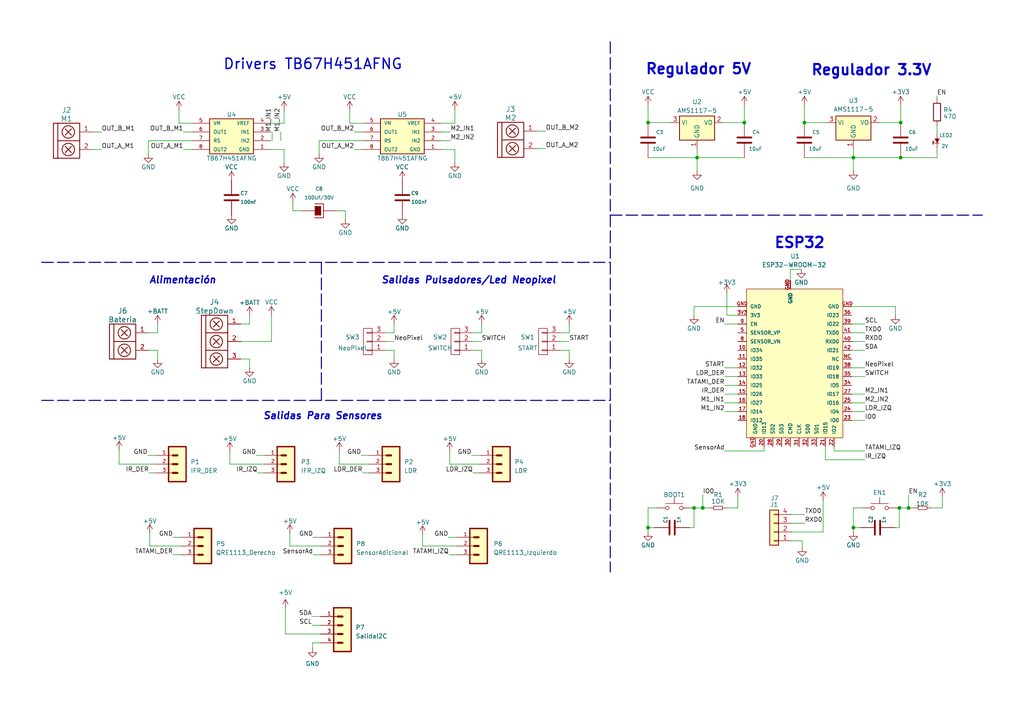
<source format=kicad_sch>
(kicad_sch (version 20230121) (generator eeschema)
  (paper "A4")
  (lib_symbols
    (symbol "Device:R" (pin_numbers hide) (pin_names (offset 0))
      (property "Reference" "R" (at 2.032 0 90))
      (property "Value" "R" (at 0 0 90))
      (symbol "R_0_1"
        (rectangle (start -1.016 -2.54) (end 1.016 2.54) (stroke (width 0.254)))
      )
      (symbol "R_1_1"
        (pin passive line (at 0 3.81 270) (length 1.27) (name "~") (number "1"))
        (pin passive line (at 0 -3.81 90) (length 1.27) (name "~") (number "2"))
      )
    )
    (symbol "EESTN5:C" (pin_numbers hide) (pin_names (offset 0.254))
      (property "Reference" "C" (at 0 2.54 0))
      (property "Value" "C" (at 0.1524 -2.159 0))
      (symbol "C_0_1"
        (polyline (pts (xy -2.032 -0.762) (xy 2.032 -0.762)) (stroke (width 0.508)))
        (polyline (pts (xy -2.032 0.762) (xy 2.032 0.762)) (stroke (width 0.508)))
      )
      (symbol "C_1_1"
        (pin passive line (at 0 5.08 270) (length 4.318) (name "~") (number "1"))
        (pin passive line (at 0 -5.08 90) (length 4.318) (name "~") (number "2"))
      )
    )
    (symbol "EESTN5:CAPAPOL" (pin_numbers hide) (pin_names (offset 0.254) hide)
      (property "Reference" "C" (at 1.27 2.54 0))
      (property "Value" "CAPAPOL" (at 1.27 -2.54 0))
      (symbol "CAPAPOL_0_1"
        (polyline (pts (xy -2.032 1.27) (xy -2.032 -1.27) (xy 2.032 -1.27) (xy 2.032 1.27)) (stroke (width 0.2032)))
        (polyline (pts (xy -1.27 1.27) (xy -1.27 -0.508) (xy 1.27 -0.508) (xy 1.27 1.27)) (fill (type outline)))
      )
      (symbol "CAPAPOL_1_1"
        (pin passive line (at 0 5.08 270) (length 3.81) (name "~") (number "1"))
        (pin passive line (at 0 -5.08 90) (length 3.81) (name "~") (number "2"))
      )
    )
    (symbol "EESTN5:Conn_01X03" (pin_names (offset 1.016) hide)
      (property "Reference" "J" (at 0 5.08 0))
      (property "Value" "Conn_01X03" (at 0 -5.08 0))
      (symbol "Conn_01X03_0_1"
        (rectangle (start -1.27 -2.413) (end 0.254 -2.667))
        (rectangle (start -1.27 0.127) (end 0.254 -0.127))
        (rectangle (start -1.27 2.667) (end 0.254 2.413))
        (rectangle (start -1.27 3.81) (end 1.27 -3.81))
      )
      (symbol "Conn_01X03_1_1"
        (pin passive line (at -5.08 2.54 0) (length 3.81) (name "P1") (number "1"))
        (pin passive line (at -5.08 0 0) (length 3.81) (name "P2") (number "2"))
        (pin passive line (at -5.08 -2.54 0) (length 3.81) (name "P3") (number "3"))
      )
    )
    (symbol "EESTN5:Conn_01x04" (pin_names (offset 1.016) hide)
      (property "Reference" "J" (at 0 5.08 0))
      (property "Value" "Conn_01x04" (at 0 -7.62 0))
      (symbol "Conn_01x04_1_1"
        (rectangle (start -1.27 -4.953) (end 0 -5.207) (stroke (width 0.1524)))
        (rectangle (start -1.27 -2.413) (end 0 -2.667) (stroke (width 0.1524)))
        (rectangle (start -1.27 0.127) (end 0 -0.127) (stroke (width 0.1524)))
        (rectangle (start -1.27 2.667) (end 0 2.413) (stroke (width 0.1524)))
        (rectangle (start -1.27 3.81) (end 1.27 -6.35) (stroke (width 0.254)) (fill (type background)))
        (pin passive line (at -5.08 2.54 0) (length 3.81) (name "Pin_1") (number "1"))
        (pin passive line (at -5.08 0 0) (length 3.81) (name "Pin_2") (number "2"))
        (pin passive line (at -5.08 -2.54 0) (length 3.81) (name "Pin_3") (number "3"))
        (pin passive line (at -5.08 -5.08 0) (length 3.81) (name "Pin_4") (number "4"))
      )
    )
    (symbol "EESTN5:LED" (pin_numbers hide) (pin_names (offset 1.016) hide)
      (property "Reference" "LED" (at 0 2.54 0))
      (property "Value" "LED" (at 0 -2.54 0))
      (symbol "LED_0_1"
        (polyline (pts (xy 0.508 -0.762) (xy 1.016 -1.27) (xy 1.016 -1.27)))
        (polyline (pts (xy 1.016 -0.762) (xy 1.524 -1.27) (xy 1.524 -1.27)))
        (polyline (pts (xy 1.27 -0.635) (xy 1.27 0.635) (xy 1.27 0.635)))
        (polyline (pts (xy 1.27 0) (xy 0 0.635) (xy 0 -0.635) (xy 0 -0.635)) (fill (type outline)))
        (polyline (pts (xy 1.524 -1.27) (xy 1.27 -1.27) (xy 1.524 -1.016) (xy 1.524 -1.27) (xy 1.524 -1.27)) (fill (type outline)))
        (polyline (pts (xy 1.016 -1.27) (xy 0.762 -1.27) (xy 1.016 -1.016) (xy 1.016 -1.27) (xy 1.016 -1.27) (xy 1.016 -1.27)) (fill (type outline)))
      )
      (symbol "LED_1_1"
        (pin passive line (at -1.27 0 0) (length 1.27) (name "A") (number "1"))
        (pin passive line (at 2.54 0 180) (length 1.27) (name "K") (number "2"))
      )
    )
    (symbol "EESTN5:R" (pin_numbers hide) (pin_names (offset 0))
      (property "Reference" "R" (at -1.27 0 90))
      (property "Value" "R" (at 1.27 0 90))
      (symbol "R_0_1"
        (rectangle (start 0.508 1.27) (end -0.508 -1.27))
      )
      (symbol "R_1_1"
        (pin passive line (at 0 2.54 270) (length 1.27) (name "~") (number "1"))
        (pin passive line (at 0 -2.54 90) (length 1.27) (name "~") (number "2"))
      )
    )
    (symbol "EESTN5:SW_Push" (pin_numbers hide) (pin_names (offset 1.016) hide)
      (property "Reference" "SW" (at 1.27 2.54 0))
      (symbol "SW_Push_0_1"
        (circle (center -2.032 0) (radius 0.508))
        (polyline (pts (xy 0 1.27) (xy 0 3.048)))
        (polyline (pts (xy 2.54 1.27) (xy -2.54 1.27)))
        (circle (center 2.032 0) (radius 0.508))
        (pin passive line (at -5.08 0 0) (length 2.54) (name "1") (number "1"))
        (pin passive line (at 5.08 0 180) (length 2.54) (name "2") (number "2"))
      )
    )
    (symbol "EESTN5:TB_1X2" (pin_names (offset 1.016))
      (property "Reference" "J" (at 0 7.62 0))
      (property "Value" "TB_1X2" (at 1.27 -7.62 0))
      (symbol "TB_1X2_0_1"
        (rectangle (start -2.54 5.08) (end 5.08 -5.08) (stroke (width 0.254)))
        (polyline (pts (xy -1.27 0) (xy 5.08 0)) (stroke (width 0.254)))
        (polyline (pts (xy -1.27 5.08) (xy -1.27 -5.08)) (stroke (width 0.254)))
        (polyline (pts (xy 0.889 -3.429) (xy 2.667 -1.651)) (stroke (width 0.254)))
        (polyline (pts (xy 0.889 -1.651) (xy 2.667 -3.429)) (stroke (width 0.254)))
        (polyline (pts (xy 0.889 1.651) (xy 2.667 3.429)) (stroke (width 0.254)))
        (polyline (pts (xy 0.889 3.429) (xy 2.667 1.651)) (stroke (width 0.254)))
        (circle (center 1.778 -2.54) (radius 1.8034) (stroke (width 0.254)))
        (circle (center 1.778 2.54) (radius 1.8034) (stroke (width 0.254)))
      )
      (symbol "TB_1X2_1_1"
        (pin input line (at 8.89 2.54 180) (length 3.81) (name "~") (number "1"))
        (pin input line (at 8.89 -2.54 180) (length 3.81) (name "~") (number "2"))
      )
    )
    (symbol "EESTN5:TB_1X3" (pin_names (offset 1.016))
      (property "Reference" "J" (at 0 7.62 0))
      (property "Value" "TB_1X3" (at 1.27 -11.43 0))
      (symbol "TB_1X3_0_1"
        (rectangle (start -2.54 5.08) (end 5.08 -10.16) (stroke (width 0.254)))
        (polyline (pts (xy -1.27 -5.08) (xy 5.08 -5.08)) (stroke (width 0.254)))
        (polyline (pts (xy -1.27 0) (xy 5.08 0)) (stroke (width 0.254)))
        (polyline (pts (xy -1.27 5.08) (xy -1.27 -10.16)) (stroke (width 0.254)))
        (polyline (pts (xy 0.889 -8.509) (xy 2.667 -6.731)) (stroke (width 0.254)))
        (polyline (pts (xy 0.889 -6.731) (xy 2.667 -8.509)) (stroke (width 0.254)))
        (polyline (pts (xy 0.889 -3.429) (xy 2.667 -1.651)) (stroke (width 0.254)))
        (polyline (pts (xy 0.889 -1.651) (xy 2.667 -3.429)) (stroke (width 0.254)))
        (polyline (pts (xy 0.889 1.651) (xy 2.667 3.429)) (stroke (width 0.254)))
        (polyline (pts (xy 0.889 3.429) (xy 2.667 1.651)) (stroke (width 0.254)))
        (circle (center 1.778 -7.62) (radius 1.8034) (stroke (width 0.254)))
        (circle (center 1.778 -2.54) (radius 1.8034) (stroke (width 0.254)))
        (circle (center 1.778 2.54) (radius 1.8034) (stroke (width 0.254)))
      )
      (symbol "TB_1X3_1_1"
        (pin input line (at 8.89 2.54 180) (length 3.81) (name "~") (number "1"))
        (pin input line (at 8.89 -2.54 180) (length 3.81) (name "~") (number "2"))
        (pin input line (at 8.89 -7.62 180) (length 3.81) (name "~") (number "3"))
      )
    )
    (symbol "Librerias:ESP32-WROOM-32E" (pin_names (offset 1.016))
      (property "Reference" "U2" (at 0 28.575 0))
      (property "Value" "ESP32-WROOM-32" (at -8.255 26.035 0))
      (symbol "ESP32-WROOM-32E_1_0"
        (rectangle (start -12.7 19.05) (end 15.24 -24.13) (fill (type background)))
        (pin bidirectional line (at -15.24 1.27 0) (length 2.54) (name "IO34") (number "10"))
        (pin bidirectional line (at -15.24 -1.27 0) (length 2.54) (name "IO35") (number "11"))
        (pin bidirectional line (at -15.24 -3.81 0) (length 2.54) (name "IO32") (number "12"))
        (pin bidirectional line (at -15.24 -6.35 0) (length 2.54) (name "IO33") (number "13"))
        (pin bidirectional line (at -15.24 -8.89 0) (length 2.54) (name "IO25") (number "14"))
        (pin bidirectional line (at -15.24 -11.43 0) (length 2.54) (name "IO26") (number "15"))
        (pin bidirectional line (at -15.24 -13.97 0) (length 2.54) (name "IO27") (number "16"))
        (pin bidirectional line (at -15.24 -16.51 0) (length 2.54) (name "IO14") (number "17"))
        (pin bidirectional line (at -15.24 -19.05 0) (length 2.54) (name "IO12") (number "18"))
        (pin bidirectional line (at -7.62 -26.67 90) (length 2.54) (name "IO13") (number "20"))
        (pin bidirectional line (at 10.16 -26.67 90) (length 2.54) (name "IO15") (number "21"))
        (pin bidirectional line (at 12.7 -26.67 90) (length 2.54) (name "IO2") (number "22"))
        (pin bidirectional line (at 17.78 -19.05 180) (length 2.54) (name "IO0") (number "23"))
        (pin bidirectional line (at 17.78 -16.51 180) (length 2.54) (name "IO4") (number "24"))
        (pin bidirectional line (at 17.78 -13.97 180) (length 2.54) (name "IO16") (number "25"))
        (pin bidirectional line (at 17.78 -11.43 180) (length 2.54) (name "IO17") (number "27"))
        (pin bidirectional line (at -5.08 -26.67 90) (length 2.54) (name "SD2") (number "28"))
        (pin bidirectional line (at -2.54 -26.67 90) (length 2.54) (name "SD3") (number "29"))
        (pin bidirectional line (at 0 -26.67 90) (length 2.54) (name "CMD") (number "30"))
        (pin bidirectional line (at 2.54 -26.67 90) (length 2.54) (name "CLK") (number "31"))
        (pin bidirectional line (at 5.08 -26.67 90) (length 2.54) (name "SD0") (number "32"))
        (pin bidirectional line (at 7.62 -26.67 90) (length 2.54) (name "SD1") (number "33"))
        (pin bidirectional line (at 17.78 -8.89 180) (length 2.54) (name "IO5") (number "34"))
        (pin bidirectional line (at 17.78 -6.35 180) (length 2.54) (name "IO18") (number "35"))
        (pin bidirectional line (at 17.78 11.43 180) (length 2.54) (name "IO23") (number "36"))
        (pin bidirectional line (at 17.78 -3.81 180) (length 2.54) (name "IO19") (number "38"))
        (pin bidirectional line (at 17.78 8.89 180) (length 2.54) (name "IO22") (number "39"))
        (pin bidirectional line (at -15.24 11.43 0) (length 2.54) (name "3V3") (number "3V3"))
        (pin bidirectional line (at 17.78 3.81 180) (length 2.54) (name "RXD0") (number "40"))
        (pin bidirectional line (at 17.78 6.35 180) (length 2.54) (name "TXD0") (number "41"))
        (pin bidirectional line (at 17.78 1.27 180) (length 2.54) (name "IO21") (number "42"))
        (pin bidirectional line (at -15.24 6.35 0) (length 2.54) (name "SENSOR_VP") (number "5"))
        (pin bidirectional line (at -15.24 3.81 0) (length 2.54) (name "SENSOR_VN") (number "8"))
        (pin bidirectional line (at -15.24 8.89 0) (length 2.54) (name "EN") (number "9"))
        (pin bidirectional line (at -15.24 13.97 0) (length 2.54) (name "GND") (number "GND"))
        (pin bidirectional line (at -10.16 -26.67 90) (length 2.54) (name "GND") (number "GND"))
        (pin bidirectional line (at 0 21.59 270) (length 2.54) (name "GND") (number "GND"))
        (pin bidirectional line (at 0 21.59 270) (length 2.54) (name "GND") (number "GND"))
        (pin bidirectional line (at 0 21.59 270) (length 2.54) (name "GND") (number "GND"))
        (pin bidirectional line (at 0 21.59 270) (length 2.54) (name "GND") (number "GND"))
        (pin bidirectional line (at 0 21.59 270) (length 2.54) (name "GND") (number "GND"))
        (pin bidirectional line (at 0 21.59 270) (length 2.54) (name "GND") (number "GND"))
        (pin bidirectional line (at 0 21.59 270) (length 2.54) (name "GND") (number "GND"))
        (pin bidirectional line (at 0 21.59 270) (length 2.54) (name "GND") (number "GND"))
        (pin bidirectional line (at 0 21.59 270) (length 2.54) (name "GND") (number "GND"))
        (pin bidirectional line (at 17.78 13.97 180) (length 2.54) (name "GND") (number "GND"))
        (pin bidirectional line (at 17.78 -1.27 180) (length 2.54) (name "NC") (number "NC"))
      )
    )
    (symbol "Librerias:JST-XH-3P" (pin_names (offset 1.016))
      (property "Reference" "P1" (at 5.08 0.635 0))
      (property "Value" "JST-XH-3P" (at 5.08 -1.905 0))
      (symbol "JST-XH-3P_0_0"
        (rectangle (start -1.27 -5.08) (end 3.81 5.08) (stroke (width 0.4064)) (fill (type background)))
        (polyline (pts (xy 1.27 -2.54) (xy 0 -2.54)) (stroke (width 0.6096)))
        (polyline (pts (xy 1.27 0) (xy 0 0)) (stroke (width 0.6096)))
        (polyline (pts (xy 1.27 2.54) (xy 0 2.54)) (stroke (width 0.6096)))
        (pin passive line (at -5.08 2.54 0) (length 5.08) (name "~") (number "1"))
        (pin passive line (at -5.08 0 0) (length 5.08) (name "~") (number "2"))
        (pin passive line (at -5.08 -2.54 0) (length 5.08) (name "~") (number "3"))
      )
    )
    (symbol "Librerias:JST-XH-4P" (pin_names (offset 1.016))
      (property "Reference" "P8" (at 5.842 1.905 0))
      (property "Value" "JST-XH-4P" (at 5.842 -0.635 0))
      (symbol "JST-XH-4P_0_0"
        (rectangle (start -1.27 7.62) (end 3.81 -5.08) (stroke (width 0.4064)) (fill (type background)))
        (polyline (pts (xy 1.27 -2.54) (xy 0 -2.54)) (stroke (width 0.6096)))
        (polyline (pts (xy 1.27 0) (xy 0 0)) (stroke (width 0.6096)))
        (polyline (pts (xy 1.27 2.54) (xy 0 2.54)) (stroke (width 0.6096)))
        (polyline (pts (xy 1.27 5.08) (xy 0 5.08)) (stroke (width 0.6096)))
        (pin passive line (at -5.08 5.08 0) (length 5.08) (name "~") (number "1"))
        (pin passive line (at -5.08 2.54 0) (length 5.08) (name "~") (number "2"))
        (pin passive line (at -5.08 0 0) (length 5.08) (name "~") (number "3"))
        (pin passive line (at -5.08 -2.54 0) (length 5.08) (name "~") (number "4"))
      )
    )
    (symbol "Librerias:TB67H451AFNG" (pin_names (offset 1.016))
      (property "Reference" "U7" (at 0 8.89 0))
      (property "Value" "TB67H451AFNG" (at 0 6.35 0))
      (symbol "TB67H451AFNG_0_0"
        (rectangle (start -6.35 5.08) (end 6.35 -5.08) (stroke (width 0.254)) (fill (type background)))
      )
      (symbol "TB67H451AFNG_1_0"
        (pin power_in line (at -11.43 3.81 0) (length 5.08) (name "GND") (number "1"))
        (pin input line (at -11.43 1.27 0) (length 5.08) (name "IN2") (number "2"))
        (pin input line (at -11.43 -1.27 0) (length 5.08) (name "IN1") (number "3"))
        (pin output line (at -11.43 -3.81 0) (length 5.08) (name "VREF") (number "4"))
        (pin bidirectional line (at 11.43 -3.81 180) (length 5.08) (name "VM") (number "5"))
        (pin output line (at 11.43 -1.27 180) (length 5.08) (name "OUT1") (number "6"))
        (pin bidirectional line (at 11.43 1.27 180) (length 5.08) (name "RS") (number "7"))
        (pin output line (at 11.43 3.81 180) (length 5.08) (name "OUT2") (number "8"))
      )
    )
    (symbol "Regulator_Linear:AMS1117-3.3"
      (property "Reference" "U" (at -3.81 3.175 0))
      (property "Value" "AMS1117-3.3" (at 0 3.175 0))
      (symbol "AMS1117-3.3_0_1"
        (rectangle (start -5.08 -5.08) (end 5.08 1.905) (stroke (width 0.254)) (fill (type background)))
      )
      (symbol "AMS1117-3.3_1_1"
        (pin power_in line (at 0 -7.62 90) (length 2.54) (name "GND") (number "1"))
        (pin power_out line (at 7.62 0 180) (length 2.54) (name "VO") (number "2"))
        (pin power_in line (at -7.62 0 0) (length 2.54) (name "VI") (number "3"))
      )
    )
    (symbol "TB67H451AFNG_1" (pin_names (offset 1.016))
      (property "Reference" "U6" (at 0 8.89 0))
      (property "Value" "TB67H451AFNG" (at 0 6.35 0))
      (symbol "TB67H451AFNG_1_0_0"
        (rectangle (start -6.35 5.08) (end 6.35 -5.08) (stroke (width 0.254)) (fill (type background)))
      )
      (symbol "TB67H451AFNG_1_1_0"
        (pin power_in line (at -11.43 3.81 0) (length 5.08) (name "GND") (number "1"))
        (pin input line (at -11.43 1.27 0) (length 5.08) (name "IN2") (number "2"))
        (pin input line (at -11.43 -1.27 0) (length 5.08) (name "IN1") (number "3"))
        (pin output line (at -11.43 -3.81 0) (length 5.08) (name "VREF") (number "4"))
        (pin bidirectional line (at 11.43 -3.81 180) (length 5.08) (name "VM") (number "5"))
        (pin output line (at 11.43 -1.27 180) (length 5.08) (name "OUT1") (number "6"))
        (pin bidirectional line (at 11.43 1.27 180) (length 5.08) (name "RS") (number "7"))
        (pin output line (at 11.43 3.81 180) (length 5.08) (name "OUT2") (number "8"))
      )
    )
    (symbol "power:+3V3" (power) (pin_names (offset 0))
      (property "Value" "+3V3" (at 0 3.556 0))
      (symbol "+3V3_0_1"
        (polyline (pts (xy -0.762 1.27) (xy 0 2.54)))
        (polyline (pts (xy 0 0) (xy 0 2.54)))
        (polyline (pts (xy 0 2.54) (xy 0.762 1.27)))
      )
      (symbol "+3V3_1_1"
        (pin power_in line (at 0 0 90) (length 0) hide (name "+3V3") (number "1"))
      )
    )
    (symbol "power:+5V" (power) (pin_names (offset 0))
      (property "Value" "+5V" (at 0 3.556 0))
      (symbol "+5V_0_1"
        (polyline (pts (xy -0.762 1.27) (xy 0 2.54)))
        (polyline (pts (xy 0 0) (xy 0 2.54)))
        (polyline (pts (xy 0 2.54) (xy 0.762 1.27)))
      )
      (symbol "+5V_1_1"
        (pin power_in line (at 0 0 90) (length 0) hide (name "+5V") (number "1"))
      )
    )
    (symbol "power:+BATT" (power) (pin_names (offset 0))
      (property "Value" "+BATT" (at 0 3.556 0))
      (symbol "+BATT_0_1"
        (polyline (pts (xy -0.762 1.27) (xy 0 2.54)))
        (polyline (pts (xy 0 0) (xy 0 2.54)))
        (polyline (pts (xy 0 2.54) (xy 0.762 1.27)))
      )
      (symbol "+BATT_1_1"
        (pin power_in line (at 0 0 90) (length 0) hide (name "+BATT") (number "1"))
      )
    )
    (symbol "power:GND" (power) (pin_names (offset 0))
      (property "Value" "GND" (at 0 -3.81 0))
      (symbol "GND_0_1"
        (polyline (pts (xy 0 0) (xy 0 -1.27) (xy 1.27 -1.27) (xy 0 -2.54) (xy -1.27 -1.27) (xy 0 -1.27)))
      )
      (symbol "GND_1_1"
        (pin power_in line (at 0 0 270) (length 0) hide (name "GND") (number "1"))
      )
    )
    (symbol "power:VCC" (power) (pin_names (offset 0))
      (property "Value" "VCC" (at 0 3.81 0))
      (symbol "VCC_0_1"
        (polyline (pts (xy -0.762 1.27) (xy 0 2.54)))
        (polyline (pts (xy 0 0) (xy 0 2.54)))
        (polyline (pts (xy 0 2.54) (xy 0.762 1.27)))
      )
      (symbol "VCC_1_1"
        (pin power_in line (at 0 0 90) (length 0) hide (name "VCC") (number "1"))
      )
    )
  )
  (junction (at 215.9 35.56))
  (junction (at 203.835 147.32))
  (junction (at 202.184 45.72))
  (junction (at 187.96 35.56))
  (junction (at 233.299 35.56))
  (junction (at 201.295 147.32))
  (junction (at 187.96 153.035))
  (junction (at 247.523 153.035))
  (junction (at 247.523 45.72))
  (junction (at 261.239 45.72))
  (junction (at 260.858 147.32))
  (junction (at 263.525 147.32))
  (junction (at 261.239 35.56))
  (wire (pts (xy 72.39 91.44) (xy 72.39 93.98)))
  (wire (pts (xy 241.935 130.81) (xy 241.935 129.54)))
  (wire (pts (xy 92.5576 40.8178) (xy 92.5576 44.6278)))
  (wire (pts (xy 247.015 116.84) (xy 250.825 116.84)))
  (wire (pts (xy 55.7276 38.2778) (xy 53.1876 38.2778)))
  (wire (pts (xy 43.0276 40.8178) (xy 43.0276 44.6278)))
  (wire (pts (xy 90.4494 178.816) (xy 92.964 178.816)))
  (wire (pts (xy 203.835 147.32) (xy 205.74 147.32)))
  (bus (pts (xy 177.0126 62.4078) (xy 284.9118 62.4078)) (stroke (width 0) (type dash)))
  (wire (pts (xy 90.805 155.829) (xy 93.091 155.829)))
  (wire (pts (xy 260.858 153.035) (xy 259.588 153.035)))
  (wire (pts (xy 247.015 114.3) (xy 250.825 114.3)))
  (wire (pts (xy 55.7276 35.7378) (xy 51.9176 35.7378)))
  (wire (pts (xy 241.935 130.81) (xy 250.825 130.81)))
  (wire (pts (xy 263.525 143.51) (xy 263.525 147.32)))
  (wire (pts (xy 29.464 38.2778) (xy 26.924 38.2778)))
  (wire (pts (xy 84.9376 58.5978) (xy 84.9376 61.1378)))
  (wire (pts (xy 81.4578 40.7924) (xy 81.4578 38.2524)))
  (wire (pts (xy 105.2576 38.2778) (xy 102.7176 38.2778)))
  (wire (pts (xy 270.129 147.32) (xy 273.304 147.32)))
  (wire (pts (xy 229.616 151.765) (xy 233.426 151.765)))
  (wire (pts (xy 43.434 158.369) (xy 43.434 154.686)))
  (wire (pts (xy 247.015 109.22) (xy 250.825 109.22)))
  (wire (pts (xy 111.76 101.6) (xy 114.3 101.6)))
  (wire (pts (xy 92.5576 40.8178) (xy 105.2576 40.8178)))
  (wire (pts (xy 74.295 132.08) (xy 76.581 132.08)))
  (wire (pts (xy 187.96 35.56) (xy 194.564 35.56)))
  (wire (pts (xy 130.175 160.909) (xy 132.461 160.909)))
  (wire (pts (xy 78.5876 43.3578) (xy 82.3976 43.3578)))
  (wire (pts (xy 247.523 153.035) (xy 247.523 154.305)))
  (wire (pts (xy 202.184 49.53) (xy 202.184 45.72)))
  (wire (pts (xy 128.1176 35.7378) (xy 131.9276 35.7378)))
  (wire (pts (xy 247.015 93.98) (xy 250.825 93.98)))
  (wire (pts (xy 213.995 147.32) (xy 213.995 144.145)))
  (wire (pts (xy 29.464 43.3578) (xy 26.924 43.3578)))
  (wire (pts (xy 260.858 147.32) (xy 260.858 153.035)))
  (wire (pts (xy 43.0276 40.8178) (xy 55.7276 40.8178)))
  (wire (pts (xy 128.1176 38.2778) (xy 130.6576 38.2778)))
  (wire (pts (xy 233.299 45.72) (xy 247.523 45.72)))
  (wire (pts (xy 90.6526 186.436) (xy 90.6526 188.0616)))
  (wire (pts (xy 247.523 45.72) (xy 261.239 45.72)))
  (wire (pts (xy 229.235 78.105) (xy 232.41 78.105)))
  (wire (pts (xy 247.015 119.38) (xy 250.825 119.38)))
  (wire (pts (xy 78.74 91.44) (xy 78.74 99.06)))
  (wire (pts (xy 210.185 93.98) (xy 213.995 93.98)))
  (wire (pts (xy 259.715 88.9) (xy 259.715 91.44)))
  (wire (pts (xy 42.799 132.08) (xy 45.085 132.08)))
  (wire (pts (xy 187.96 30.48) (xy 187.96 35.56)))
  (wire (pts (xy 82.3976 31.9278) (xy 82.3976 35.7378)))
  (wire (pts (xy 260.223 147.32) (xy 260.858 147.32)))
  (wire (pts (xy 202.184 45.72) (xy 202.184 43.18)))
  (wire (pts (xy 247.015 101.6) (xy 250.825 101.6)))
  (wire (pts (xy 221.615 129.54) (xy 221.615 130.81)))
  (wire (pts (xy 78.5876 35.7378) (xy 82.3976 35.7378)))
  (wire (pts (xy 261.239 30.48) (xy 261.239 35.56)))
  (wire (pts (xy 273.304 147.32) (xy 273.304 144.145)))
  (wire (pts (xy 247.015 121.92) (xy 250.825 121.92)))
  (wire (pts (xy 271.78 27.813) (xy 271.78 28.702)))
  (wire (pts (xy 137.16 137.16) (xy 139.065 137.16)))
  (wire (pts (xy 78.9178 40.7924) (xy 78.9178 38.2524)))
  (wire (pts (xy 69.85 99.06) (xy 78.74 99.06)))
  (wire (pts (xy 201.295 153.035) (xy 200.025 153.035)))
  (wire (pts (xy 201.295 88.9) (xy 213.995 88.9)))
  (wire (pts (xy 130.429 134.62) (xy 130.429 130.81)))
  (wire (pts (xy 165.1 101.6) (xy 165.1 104.14)))
  (wire (pts (xy 66.675 134.62) (xy 76.581 134.62)))
  (wire (pts (xy 260.858 147.32) (xy 263.525 147.32)))
  (wire (pts (xy 74.676 137.16) (xy 76.581 137.16)))
  (wire (pts (xy 139.7 99.06) (xy 137.16 99.06)))
  (wire (pts (xy 239.395 129.54) (xy 239.395 133.35)))
  (wire (pts (xy 239.395 133.35) (xy 250.825 133.35)))
  (wire (pts (xy 210.185 114.3) (xy 213.995 114.3)))
  (wire (pts (xy 130.048 155.829) (xy 132.461 155.829)))
  (wire (pts (xy 229.235 81.28) (xy 229.235 78.105)))
  (wire (pts (xy 247.523 147.32) (xy 247.523 153.035)))
  (wire (pts (xy 105.2576 43.3578) (xy 102.7176 43.3578)))
  (wire (pts (xy 90.5002 181.356) (xy 92.964 181.356)))
  (wire (pts (xy 82.3976 43.3578) (xy 82.3976 47.1678)))
  (wire (pts (xy 137.16 101.6) (xy 139.7 101.6)))
  (wire (pts (xy 165.1 96.52) (xy 162.56 96.52)))
  (wire (pts (xy 210.185 119.38) (xy 213.995 119.38)))
  (wire (pts (xy 210.185 106.68) (xy 213.995 106.68)))
  (wire (pts (xy 51.9176 31.9278) (xy 51.9176 35.7378)))
  (wire (pts (xy 43.18 137.16) (xy 45.085 137.16)))
  (wire (pts (xy 84.074 158.369) (xy 93.091 158.369)))
  (wire (pts (xy 158.2674 38.0238) (xy 155.7274 38.0238)))
  (wire (pts (xy 69.85 104.14) (xy 72.39 104.14)))
  (wire (pts (xy 122.555 158.369) (xy 132.461 158.369)))
  (wire (pts (xy 131.9276 43.3578) (xy 131.9276 47.1678)))
  (wire (pts (xy 43.434 158.369) (xy 52.451 158.369)))
  (wire (pts (xy 201.295 88.9) (xy 201.295 91.44)))
  (wire (pts (xy 130.429 134.62) (xy 139.065 134.62)))
  (wire (pts (xy 247.015 106.68) (xy 250.825 106.68)))
  (wire (pts (xy 210.185 111.76) (xy 213.995 111.76)))
  (wire (pts (xy 210.82 85.09) (xy 210.82 91.44)))
  (bus (pts (xy 93.218 76.0984) (xy 93.218 116.1034)) (stroke (width 0) (type dash)))
  (wire (pts (xy 50.165 160.909) (xy 52.451 160.909)))
  (wire (pts (xy 209.804 35.56) (xy 215.9 35.56)))
  (wire (pts (xy 101.4476 31.9278) (xy 101.4476 35.7378)))
  (wire (pts (xy 34.544 134.62) (xy 45.085 134.62)))
  (wire (pts (xy 201.295 147.32) (xy 203.835 147.32)))
  (wire (pts (xy 122.555 158.369) (xy 122.555 155.067)))
  (wire (pts (xy 114.3 101.6) (xy 114.3 104.14)))
  (wire (pts (xy 232.664 156.845) (xy 232.664 158.75)))
  (wire (pts (xy 158.2674 43.1038) (xy 155.7274 43.1038)))
  (wire (pts (xy 247.523 45.72) (xy 247.523 43.18)))
  (wire (pts (xy 210.82 147.32) (xy 213.995 147.32)))
  (wire (pts (xy 82.7786 183.896) (xy 82.7786 176.4284)))
  (wire (pts (xy 100.1776 61.1378) (xy 97.6376 61.1378)))
  (wire (pts (xy 200.66 147.32) (xy 201.295 147.32)))
  (wire (pts (xy 247.015 96.52) (xy 250.825 96.52)))
  (bus (pts (xy 12.0904 76.0984) (xy 177.0126 76.0984)) (stroke (width 0) (type dash)))
  (wire (pts (xy 100.1776 63.6778) (xy 100.1776 61.1378)))
  (wire (pts (xy 131.9276 31.9278) (xy 131.9276 35.7378)))
  (wire (pts (xy 165.1 93.98) (xy 165.1 96.52)))
  (bus (pts (xy 12.1158 116.1288) (xy 177.0126 116.1288)) (stroke (width 0) (type dash)))
  (wire (pts (xy 139.7 96.52) (xy 137.16 96.52)))
  (wire (pts (xy 128.1176 43.3578) (xy 131.9276 43.3578)))
  (wire (pts (xy 250.063 147.32) (xy 247.523 147.32)))
  (wire (pts (xy 55.7276 43.3578) (xy 53.1876 43.3578)))
  (wire (pts (xy 187.96 153.035) (xy 187.96 154.305)))
  (wire (pts (xy 105.156 137.16) (xy 107.061 137.16)))
  (wire (pts (xy 190.5 147.32) (xy 187.96 147.32)))
  (wire (pts (xy 201.295 147.32) (xy 201.295 153.035)))
  (wire (pts (xy 215.9 30.48) (xy 215.9 35.56)))
  (wire (pts (xy 45.72 101.6) (xy 45.72 104.14)))
  (wire (pts (xy 105.2576 35.7378) (xy 101.4476 35.7378)))
  (wire (pts (xy 162.56 101.6) (xy 165.1 101.6)))
  (wire (pts (xy 247.015 88.9) (xy 259.715 88.9)))
  (wire (pts (xy 66.675 134.62) (xy 66.675 130.81)))
  (bus (pts (xy 177.0126 12.1158) (xy 177.0126 165.8874)) (stroke (width 0) (type dash)))
  (wire (pts (xy 34.544 134.62) (xy 34.544 130.556)))
  (wire (pts (xy 233.299 30.48) (xy 233.299 35.56)))
  (wire (pts (xy 92.964 186.436) (xy 90.6526 186.436)))
  (wire (pts (xy 271.78 42.799) (xy 271.78 45.72)))
  (wire (pts (xy 229.616 149.225) (xy 233.426 149.225)))
  (wire (pts (xy 203.835 143.51) (xy 203.835 147.32)))
  (wire (pts (xy 238.7346 145.1864) (xy 238.7346 154.305)))
  (wire (pts (xy 84.9376 61.1378) (xy 87.4776 61.1378)))
  (wire (pts (xy 233.299 35.56) (xy 239.903 35.56)))
  (wire (pts (xy 92.964 183.896) (xy 82.7786 183.896)))
  (wire (pts (xy 43.18 96.52) (xy 45.72 96.52)))
  (wire (pts (xy 98.425 134.62) (xy 107.061 134.62)))
  (wire (pts (xy 210.185 109.22) (xy 213.995 109.22)))
  (wire (pts (xy 114.3 93.98) (xy 114.3 96.52)))
  (wire (pts (xy 45.72 93.98) (xy 45.72 96.52)))
  (wire (pts (xy 263.525 147.32) (xy 265.049 147.32)))
  (wire (pts (xy 213.995 91.44) (xy 210.82 91.44)))
  (wire (pts (xy 139.7 101.6) (xy 139.7 104.14)))
  (wire (pts (xy 187.96 45.72) (xy 202.184 45.72)))
  (wire (pts (xy 210.185 116.84) (xy 213.995 116.84)))
  (wire (pts (xy 69.85 93.98) (xy 72.39 93.98)))
  (wire (pts (xy 90.805 160.909) (xy 93.091 160.909)))
  (wire (pts (xy 247.015 99.06) (xy 250.825 99.06)))
  (wire (pts (xy 165.1 99.06) (xy 162.56 99.06)))
  (wire (pts (xy 247.523 49.53) (xy 247.523 45.72)))
  (wire (pts (xy 50.165 155.829) (xy 52.451 155.829)))
  (wire (pts (xy 136.779 132.08) (xy 139.065 132.08)))
  (wire (pts (xy 43.18 101.6) (xy 45.72 101.6)))
  (wire (pts (xy 139.7 93.98) (xy 139.7 96.52)))
  (wire (pts (xy 104.775 132.08) (xy 107.061 132.08)))
  (wire (pts (xy 271.78 36.322) (xy 271.78 38.989)))
  (wire (pts (xy 128.1176 40.8178) (xy 130.6576 40.8178)))
  (wire (pts (xy 255.143 35.56) (xy 261.239 35.56)))
  (wire (pts (xy 210.185 130.81) (xy 221.615 130.81)))
  (wire (pts (xy 271.78 45.72) (xy 261.239 45.72)))
  (wire (pts (xy 84.074 158.369) (xy 84.074 154.686)))
  (wire (pts (xy 114.3 96.52) (xy 111.76 96.52)))
  (wire (pts (xy 114.3 99.06) (xy 111.76 99.06)))
  (wire (pts (xy 229.616 156.845) (xy 232.664 156.845)))
  (wire (pts (xy 238.7346 154.305) (xy 229.616 154.305)))
  (wire (pts (xy 247.523 153.035) (xy 249.428 153.035)))
  (wire (pts (xy 202.184 45.72) (xy 215.9 45.72)))
  (wire (pts (xy 72.39 104.14) (xy 72.39 106.68)))
  (wire (pts (xy 98.425 134.62) (xy 98.425 130.81)))
  (wire (pts (xy 187.96 147.32) (xy 187.96 153.035)))
  (wire (pts (xy 187.96 153.035) (xy 189.865 153.035)))
  (text "Salidas Pulsadores/Led Neopixel" (at 110.49 82.55 0) (effects (font (size 2 2) bold italic) (justify left bottom)))
  (text "Regulador 5V" (at 187.071 21.9202 0) (effects (font (size 3 3) (thickness 0.6) bold) (justify left bottom)))
  (text "Regulador 3.3V\n" (at 235.077 22.1996 0) (effects (font (size 3 3) (thickness 0.6) bold) (justify left bottom)))
  (text "Alimentación\n" (at 43.18 82.55 0) (effects (font (size 2 2) (thickness 0.4) bold italic) (justify left bottom)))
  (text "ESP32\n" (at 224.3836 72.3138 0) (effects (font (size 3 3) (thickness 0.6) bold) (justify left bottom)))
  (text "Salidas Para Sensores" (at 76.2 121.92 0) (effects (font (size 2 2) bold italic) (justify left bottom)))
  (text "Drivers TB67H451AFNG\n" (at 64.6176 20.4978 0) (effects (font (size 3 3) (thickness 0.4) bold) (justify left bottom)))
  (label "OUT_B_M1" (at 29.464 38.2778 0))
  (label "OUT_A_M1" (at 29.464 43.3578 0))
  (label "M2_IN1" (at 250.825 114.3 0))
  (label "M2_IN2" (at 250.825 116.84 0))
  (label "SCL" (at 90.5002 181.356 180))
  (label "IR_IZQ" (at 250.825 133.35 0))
  (label "TATAMI_IZQ" (at 250.825 130.81 0))
  (label "IR_DER" (at 210.185 114.3 180))
  (label "LDR_DER" (at 105.156 137.16 180))
  (label "IR_DER" (at 43.18 137.16 180))
  (label "LDR_IZQ" (at 250.825 119.38 0))
  (label "SCL" (at 250.825 93.98 0))
  (label "TATAMI_IZQ" (at 130.175 160.909 180))
  (label "M1_IN1" (at 78.9178 38.2524 90))
  (label "M2_IN2" (at 130.6576 40.8178 0))
  (label "TATAMI_DER" (at 50.165 160.909 180))
  (label "M1_IN2" (at 210.185 119.38 180))
  (label "SensorAd" (at 90.805 160.909 180))
  (label "OUT_A_M2" (at 158.2674 43.1038 0))
  (label "IO0" (at 203.835 143.51 0))
  (label "LDR_IZQ" (at 137.16 137.16 180))
  (label "SWITCH" (at 250.825 109.22 0))
  (label "SensorAd" (at 210.185 130.81 180))
  (label "M1_IN1" (at 210.185 116.84 180))
  (label "SWITCH" (at 139.7 99.06 0))
  (label "TATAMI_DER" (at 210.185 111.76 180))
  (label "GND" (at 50.165 155.829 180))
  (label "EN" (at 210.185 93.98 180))
  (label "GND" (at 90.805 155.829 180))
  (label "EN" (at 271.78 27.813 0))
  (label "GND" (at 42.799 132.08 180))
  (label "OUT_A_M2" (at 102.7176 43.3578 180))
  (label "OUT_B_M1" (at 53.1876 38.2778 180))
  (label "NeoPixel" (at 114.3 99.06 0))
  (label "RXD0" (at 250.825 99.06 0))
  (label "SDA" (at 90.4494 178.816 180))
  (label "START" (at 210.185 106.68 180))
  (label "GND" (at 104.775 132.08 180))
  (label "START" (at 165.1 99.06 0))
  (label "EN" (at 263.525 143.51 0))
  (label "SDA" (at 250.825 101.6 0))
  (label "M2_IN1" (at 130.6576 38.2778 0))
  (label "IR_IZQ" (at 74.676 137.16 180))
  (label "GND" (at 130.048 155.829 180))
  (label "TXD0" (at 250.825 96.52 0))
  (label "OUT_B_M2" (at 102.7176 38.2778 180))
  (label "RXD0" (at 233.426 151.765 0))
  (label "M1_IN2" (at 81.4578 38.2524 90))
  (label "GND" (at 74.295 132.08 180))
  (label "OUT_B_M2" (at 158.2674 38.0238 0))
  (label "GND" (at 136.779 132.08 180))
  (label "LDR_DER" (at 210.185 109.22 180))
  (label "IO0" (at 250.825 121.92 0))
  (label "TXD0" (at 233.426 149.225 0))
  (label "NeoPixel" (at 250.825 106.68 0))
  (label "OUT_A_M1" (at 53.1876 43.3578 180))
  (symbol (lib_id "power:GND") (at 187.96 154.305 0) (unit 1)
    (property "Reference" "#PWR01" (effects hide))
    (property "Value" "GND" (at 187.96 158.115 0))
  )
  (symbol (lib_id "power:+5V") (at 238.7346 145.1864 0) (unit 1)
    (property "Reference" "#PWR07" (effects hide))
    (property "Value" "+5V" (at 238.7346 141.3764 0))
  )
  (symbol (lib_id "power:GND") (at 202.184 49.53 0) (unit 1)
    (property "Reference" "#PWR018" (effects hide))
    (property "Value" "GND" (at 202.184 54.61 0))
  )
  (symbol (lib_id "EESTN5:C") (at 116.6876 57.3278 0) (unit 1)
    (property "Reference" "C9" (at 119.2276 56.0578 0) (effects (font (size 1.016 1.016)) (justify left)))
    (property "Value" "100nf" (at 119.2276 58.5978 0) (effects (font (size 1.016 1.016)) (justify left)))
    (property "Footprint" "EESTN5:C_0805" (effects hide))
  )
  (symbol (lib_id "EESTN5:Conn_01x04") (at 224.536 154.305 180) (unit 1)
    (property "Reference" "J1" (at 224.5614 146.3548 0))
    (property "Value" "J7" (at 224.663 144.5006 0))
    (property "Footprint" "EESTN5:pin_strip_4" (effects hide))
  )
  (symbol (lib_id "power:VCC") (at 51.9176 31.9278 0) (unit 1)
    (property "Reference" "#PWR012" (effects hide))
    (property "Value" "VCC" (at 51.9176 28.1178 0))
  )
  (symbol (lib_id "EESTN5:TB_1X3") (at 60.96 96.52 0) (unit 1)
    (property "Reference" "J4" (at 62.23 87.63 0) (effects (font (size 1.524 1.524))))
    (property "Value" "StepDown" (at 62.23 90.17 0) (effects (font (size 1.524 1.524))))
  )
  (symbol (lib_id "power:VCC") (at 116.6876 52.2478 0) (unit 1)
    (property "Reference" "#PWR027" (effects hide))
    (property "Value" "VCC" (at 116.6876 48.4378 0))
  )
  (symbol (lib_id "power:+5V") (at 82.7786 176.4284 0) (unit 1)
    (property "Reference" "#PWR042" (effects hide))
    (property "Value" "+5V" (at 82.7786 171.8564 0))
  )
  (symbol (lib_id "power:GND") (at 232.664 158.75 0) (unit 1)
    (property "Reference" "#PWR06" (effects hide))
    (property "Value" "GND" (at 232.664 162.56 0))
  )
  (symbol (lib_id "power:VCC") (at 187.96 30.48 0) (unit 1)
    (property "Reference" "#PWR017" (effects hide))
    (property "Value" "VCC" (at 187.96 26.67 0))
  )
  (symbol (lib_id "power:+5V") (at 130.429 130.81 0) (unit 1)
    (property "Reference" "#PWR039" (effects hide))
    (property "Value" "+5V" (at 130.429 127.254 0))
  )
  (symbol (lib_id "power:GND") (at 165.1 104.14 0) (unit 1)
    (property "Reference" "#PWR045" (effects hide))
    (property "Value" "GND" (at 165.1 107.95 0))
  )
  (symbol (lib_id "EESTN5:C") (at 187.96 40.64 0) (unit 1)
    (property "Reference" "C3" (at 190.246 38.354 0) (effects (font (size 1.016 1.016)) (justify left)))
    (property "Value" "10uF" (at 189.23 43.18 0) (effects (font (size 1.016 1.016)) (justify left)))
    (property "Footprint" "EESTN5:C_0805" (effects hide))
  )
  (symbol (lib_id "EESTN5:TB_1X2") (at 146.8374 40.5638 0) (unit 1)
    (property "Reference" "J3" (at 148.1074 31.6738 0) (effects (font (size 1.524 1.524))))
    (property "Value" "M2" (at 148.1074 34.2138 0) (effects (font (size 1.524 1.524))))
    (property "Footprint" "footprints:BORNERA2_AZUL_VIAS" (effects hide))
  )
  (symbol (lib_id "power:GND") (at 90.6526 188.0616 0) (unit 1)
    (property "Reference" "#PWR043" (effects hide))
    (property "Value" "GND" (at 90.6526 192.505 0))
  )
  (symbol (lib_id "Librerias:JST-XH-3P") (at 112.141 134.62 0) (unit 1)
    (property "Reference" "P2" (at 117.221 133.985 0) (effects (justify left)))
    (property "Value" "LDR" (at 117.221 136.525 0) (effects (justify left)))
    (property "Footprint" "EESTN5:Pin_Strip_3" (effects hide))
  )
  (symbol (lib_id "power:GND") (at 72.39 106.68 0) (unit 1)
    (property "Reference" "#PWR035" (effects hide))
    (property "Value" "GND" (at 72.39 110.49 0))
  )
  (symbol (lib_id "power:GND") (at 82.3976 47.1678 0) (unit 1)
    (property "Reference" "#PWR016" (effects hide))
    (property "Value" "GND" (at 82.3976 50.9778 0))
  )
  (symbol (lib_id "Librerias:ESP32-WROOM-32E") (at 229.235 102.87 0) (unit 1)
    (property "Reference" "U1" (at 229.235 74.295 0) (effects (justify left)))
    (property "Value" "ESP32-WROOM-32" (at 220.98 76.835 0) (effects (justify left)))
    (property "Footprint" "footprints:ESP32-WROOM-32" (effects hide))
  )
  (symbol (lib_id "power:GND") (at 92.5576 44.6278 0) (unit 1)
    (property "Reference" "#PWR024" (effects hide))
    (property "Value" "GND" (at 92.5576 48.4378 0))
  )
  (symbol (lib_id "power:GND") (at 259.715 91.44 0) (unit 1)
    (property "Reference" "#PWR09" (effects hide))
    (property "Value" "GND" (at 259.715 95.25 0))
  )
  (symbol (lib_id "EESTN5:C") (at 254.508 153.035 90) (unit 1)
    (property "Reference" "C2" (at 252.603 151.765 0) (effects (font (size 1.016 1.016)) (justify left)))
    (property "Value" "1n" (at 256.413 151.765 0) (effects (font (size 1.016 1.016)) (justify left)))
    (property "Footprint" "footprints:C_0603" (effects hide))
  )
  (symbol (lib_id "EESTN5:C") (at 67.1576 57.3278 0) (unit 1)
    (property "Reference" "C7" (at 69.6976 56.0578 0) (effects (font (size 1.016 1.016)) (justify left)))
    (property "Value" "100nf" (at 69.6976 58.5978 0) (effects (font (size 1.016 1.016)) (justify left)))
    (property "Footprint" "EESTN5:C_0805" (effects hide))
  )
  (symbol (lib_id "power:+5V") (at 165.1 93.98 0) (unit 1)
    (property "Reference" "#PWR048" (effects hide))
    (property "Value" "+5V" (at 165.1 90.424 0))
  )
  (symbol (lib_id "Librerias:JST-XH-3P") (at 137.541 158.369 0) (unit 1)
    (property "Reference" "P6" (at 143.129 157.734 0) (effects (justify left)))
    (property "Value" "QRE1113_Izquierdo" (at 143.129 160.274 0) (effects (justify left)))
    (property "Footprint" "footprints:JstXH3P" (effects hide))
  )
  (symbol (lib_id "EESTN5:LED") (at 271.78 40.259 270) (unit 1)
    (property "Reference" "LED2" (at 272.415 39.243 90) (effects (font (size 1.016 1.016)) (justify left)))
    (property "Value" "2V" (at 273.05 42.4083 90) (effects (font (size 1.016 1.016)) (justify left)))
    (property "Footprint" "EESTN5:Led_0805" (effects hide))
  )
  (symbol (lib_id "Regulator_Linear:AMS1117-3.3") (at 247.523 35.56 0) (unit 1)
    (property "Reference" "U3" (at 247.523 29.1592 0))
    (property "Value" "AMS1117-5" (at 247.523 31.6992 0))
    (property "Footprint" "footprints:SOT-223-3_TabPin2" (effects hide))
    (property "Datasheet" "http://www.advanced-monolithic.com/pdf/ds1117.pdf" (effects hide))
  )
  (symbol (lib_id "EESTN5:TB_1X2") (at 34.29 99.06 0) (unit 1)
    (property "Reference" "J6" (at 35.56 90.17 0) (effects (font (size 1.524 1.524))))
    (property "Value" "Bateria" (at 35.56 92.71 0) (effects (font (size 1.524 1.524))))
  )
  (symbol (lib_id "power:VCC") (at 101.4476 31.9278 0) (unit 1)
    (property "Reference" "#PWR026" (effects hide))
    (property "Value" "VCC" (at 101.4476 28.1178 0))
  )
  (symbol (lib_id "EESTN5:C") (at 215.9 40.64 0) (unit 1)
    (property "Reference" "C4" (at 218.186 38.354 0) (effects (font (size 1.016 1.016)) (justify left)))
    (property "Value" "10uF" (at 217.17 43.18 0) (effects (font (size 1.016 1.016)) (justify left)))
    (property "Footprint" "EESTN5:C_0805" (effects hide))
  )
  (symbol (lib_id "EESTN5:Conn_01X03") (at 157.48 99.06 180) (unit 1)
    (property "Reference" "SW1" (at 153.035 97.79 0))
    (property "Value" "START" (at 153.035 100.965 0))
    (property "Footprint" "EESTN5:Pin_Strip_3" (effects hide))
  )
  (symbol (lib_id "power:GND") (at 100.1776 63.6778 0) (unit 1)
    (property "Reference" "#PWR025" (effects hide))
    (property "Value" "GND" (at 100.1776 67.4878 0))
  )
  (symbol (lib_id "power:VCC") (at 78.74 91.44 0) (unit 1)
    (property "Reference" "#PWR034" (effects hide))
    (property "Value" "VCC" (at 78.74 87.63 0))
  )
  (symbol (lib_id "EESTN5:TB_1X2") (at 18.034 40.8178 0) (unit 1)
    (property "Reference" "J2" (at 19.304 31.9278 0) (effects (font (size 1.524 1.524))))
    (property "Value" "M1" (at 19.304 34.4678 0) (effects (font (size 1.524 1.524))))
    (property "Footprint" "footprints:BORNERA2_AZUL_VIAS" (effects hide))
  )
  (symbol (lib_id "power:+5V") (at 43.434 154.686 0) (unit 1)
    (property "Reference" "#PWR041" (effects hide))
    (property "Value" "+5V" (at 43.434 151.13 0))
  )
  (symbol (lib_id "power:VCC") (at 67.1576 52.2478 0) (unit 1)
    (property "Reference" "#PWR013" (effects hide))
    (property "Value" "VCC" (at 67.1576 48.4378 0))
  )
  (symbol (lib_id "EESTN5:C") (at 194.945 153.035 90) (unit 1)
    (property "Reference" "C1" (at 193.04 151.765 0) (effects (font (size 1.016 1.016)) (justify left)))
    (property "Value" "1n" (at 196.85 151.765 0) (effects (font (size 1.016 1.016)) (justify left)))
    (property "Footprint" "footprints:C_0603" (effects hide))
  )
  (symbol (lib_id "power:+5V") (at 233.299 30.48 0) (unit 1)
    (property "Reference" "#PWR020" (effects hide))
    (property "Value" "+5V" (at 233.299 26.67 0))
  )
  (symbol (lib_id "Librerias:JST-XH-3P") (at 50.165 134.62 0) (unit 1)
    (property "Reference" "P1" (at 55.245 133.985 0) (effects (justify left)))
    (property "Value" "IFR_DER" (at 55.245 136.525 0) (effects (justify left)))
    (property "Footprint" "footprints:JstXH3P" (effects hide))
  )
  (symbol (lib_id "Librerias:JST-XH-3P") (at 81.661 134.62 0) (unit 1)
    (property "Reference" "P3" (at 87.249 133.985 0) (effects (justify left)))
    (property "Value" "IFR_IZQ" (at 87.249 136.525 0) (effects (justify left)))
    (property "Footprint" "footprints:JstXH3P" (effects hide))
  )
  (symbol (lib_id "Librerias:JST-XH-4P") (at 98.044 183.896 0) (unit 1)
    (property "Reference" "P7" (at 103.124 181.991 0) (effects (justify left)))
    (property "Value" "SalidaI2C" (at 103.124 184.531 0) (effects (justify left)))
    (property "Footprint" "footprints:JstXH4P" (effects hide))
  )
  (symbol (lib_id "power:+3V3") (at 273.304 144.145 0) (unit 1)
    (property "Reference" "#PWR010" (effects hide))
    (property "Value" "+3V3" (at 273.304 140.335 0))
  )
  (symbol (lib_id "power:+5V") (at 66.675 130.81 0) (unit 1)
    (property "Reference" "#PWR038" (effects hide))
    (property "Value" "+5V" (at 66.675 127.254 0))
  )
  (symbol (lib_id "power:GND") (at 67.1576 62.4078 0) (unit 1)
    (property "Reference" "#PWR014" (effects hide))
    (property "Value" "GND" (at 67.1576 66.2178 0))
  )
  (symbol (lib_id "power:GND") (at 116.6876 62.4078 0) (unit 1)
    (property "Reference" "#PWR028" (effects hide))
    (property "Value" "GND" (at 116.6876 66.2178 0))
  )
  (symbol (lib_id "power:GND") (at 43.0276 44.6278 0) (unit 1)
    (property "Reference" "#PWR011" (effects hide))
    (property "Value" "GND" (at 43.0276 48.4378 0))
  )
  (symbol (lib_id "power:+5V") (at 84.074 154.686 0) (unit 1)
    (property "Reference" "#PWR050" (effects hide))
    (property "Value" "+5V" (at 84.074 151.13 0))
  )
  (symbol (lib_id "power:+5V") (at 114.3 93.98 0) (unit 1)
    (property "Reference" "#PWR049" (effects hide))
    (property "Value" "+5V" (at 114.3 90.424 0))
  )
  (symbol (lib_id "power:+5V") (at 131.9276 31.9278 0) (unit 1)
    (property "Reference" "#PWR029" (effects hide))
    (property "Value" "+5V" (at 131.9276 28.1178 0))
  )
  (symbol (lib_id "power:+3V3") (at 261.239 30.48 0) (unit 1)
    (property "Reference" "#PWR022" (effects hide))
    (property "Value" "+3V3" (at 261.239 26.67 0))
  )
  (symbol (lib_id "EESTN5:R") (at 208.28 147.32 90) (unit 1)
    (property "Reference" "R1" (at 208.28 143.51 90))
    (property "Value" "1OK" (at 208.28 145.415 90))
    (property "Footprint" "footprints:R_0603" (effects hide))
  )
  (symbol (lib_id "power:+BATT") (at 72.39 91.44 0) (unit 1)
    (property "Reference" "#PWR033" (effects hide))
    (property "Value" "+BATT" (at 72.39 87.757 0))
  )
  (symbol (lib_id "power:+5V") (at 34.544 130.556 0) (unit 1)
    (property "Reference" "#PWR036" (effects hide))
    (property "Value" "+5V" (at 34.544 127 0))
  )
  (symbol (lib_id "power:GND") (at 247.523 154.305 0) (unit 1)
    (property "Reference" "#PWR08" (effects hide))
    (property "Value" "GND" (at 247.523 158.115 0))
  )
  (symbol (lib_id "power:VCC") (at 84.9376 58.5978 0) (unit 1)
    (property "Reference" "#PWR023" (effects hide))
    (property "Value" "VCC" (at 84.9376 54.7878 0))
  )
  (symbol (lib_id "EESTN5:R") (at 267.589 147.32 90) (unit 1)
    (property "Reference" "R2" (at 267.589 143.51 90))
    (property "Value" "10K" (at 267.589 146.05 90))
    (property "Footprint" "footprints:R_0603" (effects hide))
  )
  (symbol (lib_id "power:GND") (at 131.9276 47.1678 0) (unit 1)
    (property "Reference" "#PWR030" (effects hide))
    (property "Value" "GND" (at 131.9276 50.9778 0))
  )
  (symbol (lib_id "Device:R") (at 271.78 32.512 180) (unit 1)
    (property "Reference" "R4" (at 273.558 31.8683 0) (effects (justify right)))
    (property "Value" "470" (at 273.558 33.7893 0) (effects (justify right)))
    (property "Footprint" "EESTN5:R_0805" (effects hide))
  )
  (symbol (lib_id "EESTN5:Conn_01X03") (at 132.08 99.06 180) (unit 1)
    (property "Reference" "SW2" (at 127.635 97.79 0))
    (property "Value" "SWITCH" (at 127.635 100.965 0))
    (property "Footprint" "EESTN5:Pin_Strip_3" (effects hide))
  )
  (symbol (lib_id "Regulator_Linear:AMS1117-3.3") (at 202.184 35.56 0) (unit 1)
    (property "Reference" "U2" (at 202.184 29.5402 0))
    (property "Value" "AMS1117-5" (at 202.184 32.0802 0))
    (property "Footprint" "footprints:SOT-223-3_TabPin2" (effects hide))
    (property "Datasheet" "http://www.advanced-monolithic.com/pdf/ds1117.pdf" (effects hide))
  )
  (symbol (lib_id "EESTN5:C") (at 233.299 40.64 0) (unit 1)
    (property "Reference" "C5" (at 235.585 38.354 0) (effects (font (size 1.016 1.016)) (justify left)))
    (property "Value" "10uF" (at 234.569 43.18 0) (effects (font (size 1.016 1.016)) (justify left)))
    (property "Footprint" "EESTN5:C_0805" (effects hide))
  )
  (symbol (lib_id "EESTN5:C") (at 261.239 40.64 0) (unit 1)
    (property "Reference" "C6" (at 263.525 38.354 0) (effects (font (size 1.016 1.016)) (justify left)))
    (property "Value" "10uF" (at 262.509 43.18 0) (effects (font (size 1.016 1.016)) (justify left)))
    (property "Footprint" "EESTN5:C_0805" (effects hide))
  )
  (symbol (lib_id "power:+3V3") (at 210.82 85.09 0) (unit 1)
    (property "Reference" "#PWR03" (effects hide))
    (property "Value" "+3V3" (at 210.82 81.915 0))
  )
  (symbol (lib_id "power:+5V") (at 98.425 130.81 0) (unit 1)
    (property "Reference" "#PWR037" (effects hide))
    (property "Value" "+5V" (at 98.425 127.254 0))
  )
  (symbol (lib_id "power:GND") (at 139.7 104.14 0) (unit 1)
    (property "Reference" "#PWR044" (effects hide))
    (property "Value" "GND" (at 139.7 107.95 0))
  )
  (symbol (lib_id "EESTN5:SW_Push") (at 255.143 147.32 0) (unit 1)
    (property "Reference" "EN1" (at 255.143 142.875 0))
    (property "Value" "SW_Push" (effects hide))
    (property "Footprint" "EESTN5:Pulsador_SMD_2_ALTO" (effects hide))
  )
  (symbol (lib_id "power:+5V") (at 82.3976 31.9278 0) (unit 1)
    (property "Reference" "#PWR015" (effects hide))
    (property "Value" "+5V" (at 82.3976 28.1178 0))
  )
  (symbol (lib_id "EESTN5:Conn_01X03") (at 106.68 99.06 180) (unit 1)
    (property "Reference" "SW3" (at 102.235 97.79 0))
    (property "Value" "NeoPixel" (at 102.235 100.965 0))
    (property "Footprint" "EESTN5:Pin_Strip_3" (effects hide))
  )
  (symbol (lib_id "power:GND") (at 247.523 49.53 0) (unit 1)
    (property "Reference" "#PWR021" (effects hide))
    (property "Value" "GND" (at 247.523 54.61 0))
  )
  (symbol (lib_id "power:+5V") (at 215.9 30.48 0) (unit 1)
    (property "Reference" "#PWR019" (effects hide))
    (property "Value" "+5V" (at 215.9 26.67 0))
  )
  (symbol (lib_id "Librerias:JST-XH-3P") (at 57.531 158.369 0) (unit 1)
    (property "Reference" "P5" (at 62.611 157.734 0) (effects (justify left)))
    (property "Value" "QRE1113_Derecho" (at 62.611 160.274 0) (effects (justify left)))
    (property "Footprint" "footprints:JstXH3P" (effects hide))
  )
  (symbol (lib_id "EESTN5:SW_Push") (at 195.58 147.32 0) (unit 1)
    (property "Reference" "BOOT1" (at 195.58 143.51 0))
    (property "Value" "SW_Push" (effects hide))
    (property "Footprint" "EESTN5:Pulsador_SMD_2_ALTO" (effects hide))
  )
  (symbol (lib_id "power:GND") (at 45.72 104.14 0) (unit 1)
    (property "Reference" "#PWR032" (effects hide))
    (property "Value" "GND" (at 45.72 107.95 0))
  )
  (symbol (lib_id "Librerias:JST-XH-3P") (at 98.171 158.369 0) (unit 1)
    (property "Reference" "P8" (at 103.251 157.734 0) (effects (justify left)))
    (property "Value" "SensorAdicional" (at 103.251 160.274 0) (effects (justify left)))
    (property "Footprint" "footprints:JstXH3P" (effects hide))
  )
  (symbol (lib_id "power:+5V") (at 139.7 93.98 0) (unit 1)
    (property "Reference" "#PWR047" (effects hide))
    (property "Value" "+5V" (at 139.7 90.424 0))
  )
  (symbol (lib_name "TB67H451AFNG_1") (lib_id "Librerias:TB67H451AFNG") (at 67.1576 39.5478 180) (unit 1)
    (property "Reference" "U4" (at 67.1576 33.1978 0))
    (property "Value" "TB67H451AFNG" (at 67.1576 45.8978 0))
    (property "Footprint" "footprints:SSOP-8_disipa" (effects hide))
  )
  (symbol (lib_id "power:GND") (at 201.295 91.44 0) (unit 1)
    (property "Reference" "#PWR02" (effects hide))
    (property "Value" "GND" (at 201.295 95.25 0))
  )
  (symbol (lib_id "power:+5V") (at 122.555 155.067 0) (unit 1)
    (property "Reference" "#PWR040" (effects hide))
    (property "Value" "+5V" (at 122.555 151.511 0))
  )
  (symbol (lib_id "power:+3V3") (at 213.995 144.145 0) (unit 1)
    (property "Reference" "#PWR04" (effects hide))
    (property "Value" "+3V3" (at 213.995 140.335 0))
  )
  (symbol (lib_id "Librerias:TB67H451AFNG") (at 116.6876 39.5478 180) (unit 1)
    (property "Reference" "U5" (at 116.6876 33.1978 0))
    (property "Value" "TB67H451AFNG" (at 116.6876 45.8978 0))
    (property "Footprint" "footprints:SSOP-8_disipa" (effects hide))
  )
  (symbol (lib_id "power:GND") (at 114.3 104.14 0) (unit 1)
    (property "Reference" "#PWR046" (effects hide))
    (property "Value" "GND" (at 114.3 107.95 0))
  )
  (symbol (lib_id "power:GND") (at 232.41 78.105 0) (unit 1)
    (property "Reference" "#PWR05" (effects hide))
    (property "Value" "GND" (at 232.41 81.915 0))
  )
  (symbol (lib_id "Librerias:JST-XH-3P") (at 144.145 134.62 0) (unit 1)
    (property "Reference" "P4" (at 149.225 133.985 0) (effects (justify left)))
    (property "Value" "LDR" (at 149.225 136.525 0) (effects (justify left)))
    (property "Footprint" "EESTN5:Pin_Strip_3" (effects hide))
  )
  (symbol (lib_id "power:+BATT") (at 45.72 93.98 0) (unit 1)
    (property "Reference" "#PWR031" (effects hide))
    (property "Value" "+BATT" (at 45.72 90.297 0))
  )
  (symbol (lib_id "EESTN5:CAPAPOL") (at 92.5576 61.1378 90) (unit 1)
    (property "Reference" "C8" (at 92.5576 54.7878 90) (effects (font (size 1.016 1.016))))
    (property "Value" "100Uf/30V" (at 92.5576 57.3278 90) (effects (font (size 1.016 1.016))))
    (property "Footprint" "EESTN5:CAP_ELEC_5x11mm" (effects hide))
  )
)
</source>
